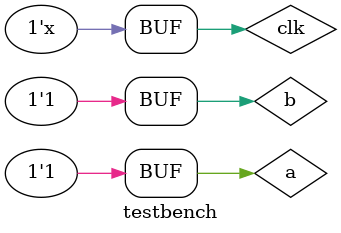
<source format=v>
module testbench();
	reg a;
	reg b;
	reg clk;
	wire o11;
	wire o12;
	wire o21;
	wire o22;
	
	circuit1 DUT1(.a(a),.b(b),.c(o11),.d(o12));
	circuit2 DUT2(.a(a),.b(b),.clk(clk),.c(o21),.d(o22));
	
	initial begin
		clk <= 0;
		repeat (50) begin
			#3 clk <= ~clk;
		end
	end
	
	initial begin
		a <= 0;
		b <= 0;
		#30;
		
		a <= 0;
		b <= 1;
		#30;
		
		a <= 1;
		b <= 0;
		#30;
		
		a <= 1;
		b <= 1;
		#60;		
	end
	
endmodule
</source>
